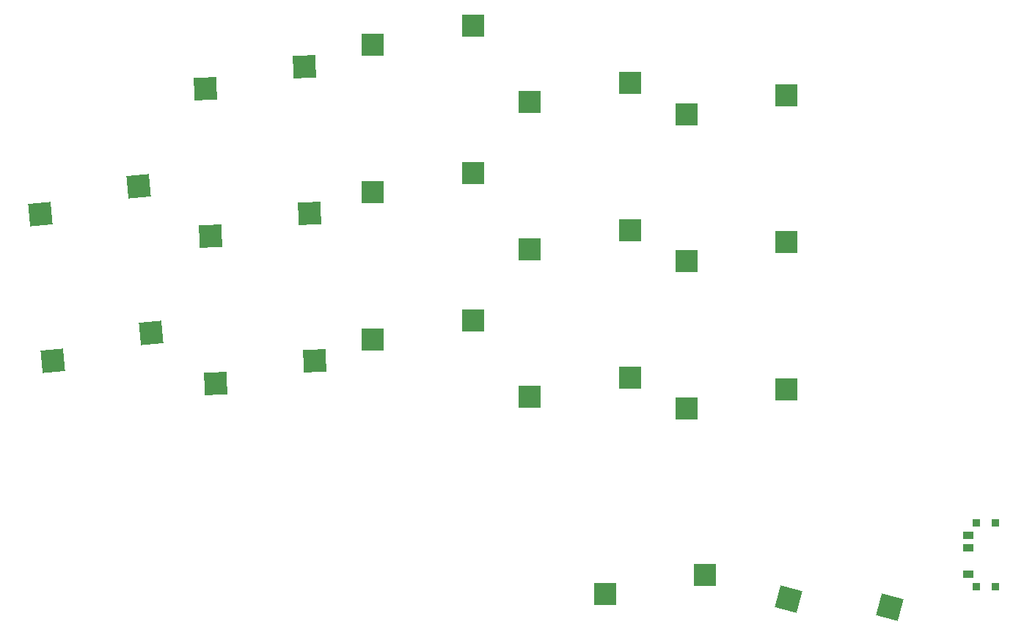
<source format=gtp>
%TF.GenerationSoftware,KiCad,Pcbnew,(6.0.4)*%
%TF.CreationDate,2022-06-21T15:17:04+02:00*%
%TF.ProjectId,konafa,6b6f6e61-6661-42e6-9b69-6361645f7063,v1.0.0*%
%TF.SameCoordinates,Original*%
%TF.FileFunction,Paste,Top*%
%TF.FilePolarity,Positive*%
%FSLAX46Y46*%
G04 Gerber Fmt 4.6, Leading zero omitted, Abs format (unit mm)*
G04 Created by KiCad (PCBNEW (6.0.4)) date 2022-06-21 15:17:04*
%MOMM*%
%LPD*%
G01*
G04 APERTURE LIST*
G04 Aperture macros list*
%AMRotRect*
0 Rectangle, with rotation*
0 The origin of the aperture is its center*
0 $1 length*
0 $2 width*
0 $3 Rotation angle, in degrees counterclockwise*
0 Add horizontal line*
21,1,$1,$2,0,0,$3*%
G04 Aperture macros list end*
%ADD10R,0.900000X0.900000*%
%ADD11R,1.250000X0.900000*%
%ADD12RotRect,2.600000X2.600000X2.000000*%
%ADD13R,2.600000X2.600000*%
%ADD14RotRect,2.600000X2.600000X345.000000*%
%ADD15RotRect,2.600000X2.600000X5.000000*%
G04 APERTURE END LIST*
D10*
%TO.C,T1*%
X157904000Y54466000D03*
X160104000Y61866000D03*
X160104000Y54466000D03*
X157904000Y61866000D03*
D11*
X156929000Y55916000D03*
X156929000Y58916000D03*
X156929000Y60416000D03*
%TD*%
D12*
%TO.C,S11*%
X80335277Y114519117D03*
X68869092Y111917369D03*
%TD*%
D13*
%TO.C,S15*%
X99770816Y102196988D03*
X88220816Y99996989D03*
%TD*%
%TO.C,S21*%
X117886086Y95636016D03*
X106336086Y93436017D03*
%TD*%
%TO.C,S29*%
X135993279Y111228851D03*
X124443279Y109028852D03*
%TD*%
D14*
%TO.C,S33*%
X147916847Y52135178D03*
X136191002Y52999502D03*
%TD*%
D12*
%TO.C,S7*%
X81521861Y80539829D03*
X70055676Y77938081D03*
%TD*%
D15*
%TO.C,S5*%
X61163892Y100656147D03*
X49849586Y97457871D03*
%TD*%
D13*
%TO.C,S27*%
X135993279Y94228851D03*
X124443279Y92028852D03*
%TD*%
D12*
%TO.C,S9*%
X80928569Y97529473D03*
X69462384Y94927725D03*
%TD*%
D13*
%TO.C,S13*%
X99770816Y85196988D03*
X88220816Y82996989D03*
%TD*%
%TO.C,S27*%
X135983966Y77242684D03*
X124433966Y75042685D03*
%TD*%
%TO.C,S17*%
X99770817Y119196988D03*
X88220817Y116996989D03*
%TD*%
%TO.C,S31*%
X126595173Y55804553D03*
X115045173Y53604554D03*
%TD*%
D15*
%TO.C,S3*%
X62645539Y83720835D03*
X51331233Y80522559D03*
%TD*%
D13*
%TO.C,S23*%
X117886086Y112636016D03*
X106336086Y110436017D03*
%TD*%
%TO.C,S19*%
X117886086Y78636016D03*
X106336086Y76436017D03*
%TD*%
M02*

</source>
